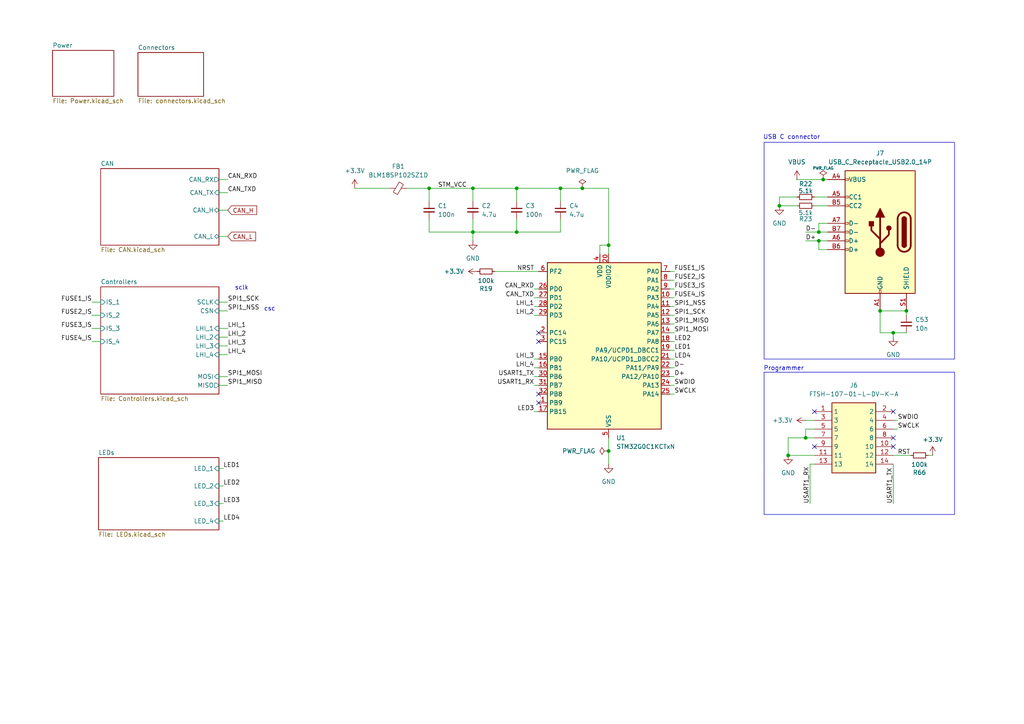
<source format=kicad_sch>
(kicad_sch (version 20231120) (generator "eeschema") (generator_version "8.0")
  (paper "A4")
  (title_block (rev "${REVISION}") (company "Author:") (comment 1 "Reviewer:"))
  (lib_symbols
    (symbol "Device:C_Small" (pin_numbers hide) (pin_names (offset 0.254) hide)
      (property "Reference" "C" (at 0.254 1.778 0))
      (property "Value" "C_Small" (at 0.254 -2.032 0))
      (symbol "C_Small_0_1"
        (polyline (pts (xy -1.524 -0.508) (xy 1.524 -0.508)) (stroke (width 0.3302)))
        (polyline (pts (xy -1.524 0.508) (xy 1.524 0.508)) (stroke (width 0.3048)))
      )
      (symbol "C_Small_1_1"
        (pin passive line (at 0 2.54 270) (length 2.032) (name "~") (number "1"))
        (pin passive line (at 0 -2.54 90) (length 2.032) (name "~") (number "2"))
      )
    )
    (symbol "Device:FerriteBead_Small" (pin_numbers hide) (pin_names (offset 0))
      (property "Reference" "FB" (at 1.905 1.27 0))
      (property "Value" "FerriteBead_Small" (at 1.905 -1.27 0))
      (symbol "FerriteBead_Small_0_1"
        (polyline (pts (xy 0 -1.27) (xy 0 -0.7874)))
        (polyline (pts (xy 0 0.889) (xy 0 1.2954)))
        (polyline (pts (xy -1.8288 0.2794) (xy -1.1176 1.4986) (xy 1.8288 -0.2032) (xy 1.1176 -1.4224) (xy -1.8288 0.2794)))
      )
      (symbol "FerriteBead_Small_1_1"
        (pin passive line (at 0 2.54 270) (length 1.27) (name "~") (number "1"))
        (pin passive line (at 0 -2.54 90) (length 1.27) (name "~") (number "2"))
      )
    )
    (symbol "Device:R_Small" (pin_numbers hide) (pin_names (offset 0.254) hide)
      (property "Reference" "R" (at 0.762 0.508 0))
      (property "Value" "R_Small" (at 0.762 -1.016 0))
      (symbol "R_Small_0_1"
        (rectangle (start -0.762 1.778) (end 0.762 -1.778) (stroke (width 0.2032)))
      )
      (symbol "R_Small_1_1"
        (pin passive line (at 0 2.54 270) (length 0.762) (name "~") (number "1"))
        (pin passive line (at 0 -2.54 90) (length 0.762) (name "~") (number "2"))
      )
    )
    (symbol "FTSH-107-01-L-DV-K-A:FTSH-107-01-L-DV-K-A"
      (property "Reference" "J" (at 19.05 7.62 0))
      (property "Value" "FTSH-107-01-L-DV-K-A" (at 19.05 5.08 0))
      (symbol "FTSH-107-01-L-DV-K-A_1_1"
        (rectangle (start 5.08 2.54) (end 17.78 -17.78) (stroke (width 0.254)) (fill (type background)))
        (pin passive line (at 0 0 0) (length 5.08) (name "1") (number "1"))
        (pin passive line (at 22.86 -10.16 180) (length 5.08) (name "10") (number "10"))
        (pin passive line (at 0 -12.7 0) (length 5.08) (name "11") (number "11"))
        (pin passive line (at 22.86 -12.7 180) (length 5.08) (name "12") (number "12"))
        (pin passive line (at 0 -15.24 0) (length 5.08) (name "13") (number "13"))
        (pin passive line (at 22.86 -15.24 180) (length 5.08) (name "14") (number "14"))
        (pin passive line (at 22.86 0 180) (length 5.08) (name "2") (number "2"))
        (pin passive line (at 0 -2.54 0) (length 5.08) (name "3") (number "3"))
        (pin passive line (at 22.86 -2.54 180) (length 5.08) (name "4") (number "4"))
        (pin passive line (at 0 -5.08 0) (length 5.08) (name "5") (number "5"))
        (pin passive line (at 22.86 -5.08 180) (length 5.08) (name "6") (number "6"))
        (pin passive line (at 0 -7.62 0) (length 5.08) (name "7") (number "7"))
        (pin passive line (at 22.86 -7.62 180) (length 5.08) (name "8") (number "8"))
        (pin passive line (at 0 -10.16 0) (length 5.08) (name "9") (number "9"))
      )
    )
    (symbol "GND_2" (power) (pin_numbers hide) (pin_names (offset 0) hide)
      (property "Value" "GND" (at 0 -3.81 0))
      (symbol "GND_2_0_1"
        (polyline (pts (xy 0 0) (xy 0 -1.27) (xy 1.27 -1.27) (xy 0 -2.54) (xy -1.27 -1.27) (xy 0 -1.27)))
      )
      (symbol "GND_2_1_1"
        (pin power_in line (at 0 0 270) (length 0) (name "~") (number "1"))
      )
    )
    (symbol "GND_3" (power) (pin_numbers hide) (pin_names (offset 0) hide)
      (property "Value" "GND" (at 0 -3.81 0))
      (symbol "GND_3_0_1"
        (polyline (pts (xy 0 0) (xy 0 -1.27) (xy 1.27 -1.27) (xy 0 -2.54) (xy -1.27 -1.27) (xy 0 -1.27)))
      )
      (symbol "GND_3_1_1"
        (pin power_in line (at 0 0 270) (length 0) (name "~") (number "1"))
      )
    )
    (symbol "MCU_ST_STM32G0:STM32G0C1KCTxN"
      (property "Reference" "U" (at -15.24 26.67 0))
      (property "Value" "STM32G0C1KCTxN" (at 5.08 26.67 0))
      (symbol "STM32G0C1KCTxN_0_1"
        (rectangle (start -15.24 -22.86) (end 17.78 25.4) (stroke (width 0.254)) (fill (type background)))
      )
      (symbol "STM32G0C1KCTxN_1_1"
        (pin bidirectional line (at -17.78 -15.24 0) (length 2.54) (name "PB9") (number "1"))
        (pin bidirectional line (at 20.32 15.24 180) (length 2.54) (name "PA3") (number "10"))
        (pin bidirectional line (at 20.32 12.7 180) (length 2.54) (name "PA4") (number "11"))
        (pin bidirectional line (at 20.32 10.16 180) (length 2.54) (name "PA5") (number "12"))
        (pin bidirectional line (at 20.32 7.62 180) (length 2.54) (name "PA6") (number "13"))
        (pin bidirectional line (at 20.32 5.08 180) (length 2.54) (name "PA7") (number "14"))
        (pin bidirectional line (at -17.78 -2.54 0) (length 2.54) (name "PB0") (number "15"))
        (pin bidirectional line (at -17.78 -5.08 0) (length 2.54) (name "PB1") (number "16"))
        (pin bidirectional line (at -17.78 -17.78 0) (length 2.54) (name "PB15") (number "17"))
        (pin bidirectional line (at 20.32 2.54 180) (length 2.54) (name "PA8") (number "18"))
        (pin bidirectional line (at 20.32 0 180) (length 2.54) (name "PA9/UCPD1_DBCC1") (number "19"))
        (pin bidirectional line (at -17.78 5.08 0) (length 2.54) (name "PC14") (number "2"))
        (pin power_in line (at 2.54 27.94 270) (length 2.54) (name "VDDIO2") (number "20"))
        (pin bidirectional line (at 20.32 -2.54 180) (length 2.54) (name "PA10/UCPD1_DBCC2") (number "21"))
        (pin bidirectional line (at 20.32 -5.08 180) (length 2.54) (name "PA11/PA9") (number "22"))
        (pin bidirectional line (at 20.32 -7.62 180) (length 2.54) (name "PA12/PA10") (number "23"))
        (pin bidirectional line (at 20.32 -10.16 180) (length 2.54) (name "PA13") (number "24"))
        (pin bidirectional line (at 20.32 -12.7 180) (length 2.54) (name "PA14") (number "25"))
        (pin bidirectional line (at -17.78 17.78 0) (length 2.54) (name "PD0") (number "26"))
        (pin bidirectional line (at -17.78 15.24 0) (length 2.54) (name "PD1") (number "27"))
        (pin bidirectional line (at -17.78 12.7 0) (length 2.54) (name "PD2") (number "28"))
        (pin bidirectional line (at -17.78 10.16 0) (length 2.54) (name "PD3") (number "29"))
        (pin bidirectional line (at -17.78 2.54 0) (length 2.54) (name "PC15") (number "3"))
        (pin bidirectional line (at -17.78 -7.62 0) (length 2.54) (name "PB6") (number "30"))
        (pin bidirectional line (at -17.78 -10.16 0) (length 2.54) (name "PB7") (number "31"))
        (pin bidirectional line (at -17.78 -12.7 0) (length 2.54) (name "PB8") (number "32"))
        (pin power_in line (at 0 27.94 270) (length 2.54) (name "VDD") (number "4"))
        (pin power_in line (at 2.54 -25.4 90) (length 2.54) (name "VSS") (number "5"))
        (pin bidirectional line (at -17.78 22.86 0) (length 2.54) (name "PF2") (number "6"))
        (pin bidirectional line (at 20.32 22.86 180) (length 2.54) (name "PA0") (number "7"))
        (pin bidirectional line (at 20.32 20.32 180) (length 2.54) (name "PA1") (number "8"))
        (pin bidirectional line (at 20.32 17.78 180) (length 2.54) (name "PA2") (number "9"))
      )
    )
    (symbol "PWR_FLAG_1" (power) (pin_numbers hide) (pin_names (offset 0) hide)
      (property "Value" "PWR_FLAG" (at 0 3.81 0))
      (symbol "PWR_FLAG_1_0_0"
        (pin power_out line (at 0 0 90) (length 0) (name "~") (number "1"))
      )
      (symbol "PWR_FLAG_1_0_1"
        (polyline (pts (xy 0 0) (xy 0 1.27) (xy -1.016 1.905) (xy 0 2.54) (xy 1.016 1.905) (xy 0 1.27)))
      )
    )
    (symbol "power:+3.3V" (power) (pin_names (offset 0))
      (property "Value" "+3.3V" (at 0 3.556 0))
      (symbol "+3.3V_0_1"
        (polyline (pts (xy -0.762 1.27) (xy 0 2.54)))
        (polyline (pts (xy 0 0) (xy 0 2.54)))
        (polyline (pts (xy 0 2.54) (xy 0.762 1.27)))
      )
      (symbol "+3.3V_1_1"
        (pin power_in line (at 0 0 90) (length 0) hide (name "+3.3V") (number "1"))
      )
    )
    (symbol "power:GND" (power) (pin_names (offset 0))
      (property "Value" "GND" (at 0 -3.81 0))
      (symbol "GND_0_1"
        (polyline (pts (xy 0 0) (xy 0 -1.27) (xy 1.27 -1.27) (xy 0 -2.54) (xy -1.27 -1.27) (xy 0 -1.27)))
      )
      (symbol "GND_1_1"
        (pin power_in line (at 0 0 270) (length 0) hide (name "GND") (number "1"))
      )
    )
    (symbol "power:PWR_FLAG" (power) (pin_numbers hide) (pin_names (offset 0) hide)
      (property "Value" "PWR_FLAG" (at 0 3.81 0))
      (symbol "PWR_FLAG_0_0"
        (pin power_out line (at 0 0 90) (length 0) (name "pwr") (number "1"))
      )
      (symbol "PWR_FLAG_0_1"
        (polyline (pts (xy 0 0) (xy 0 1.27) (xy -1.016 1.905) (xy 0 2.54) (xy 1.016 1.905) (xy 0 1.27)))
      )
    )
    (symbol "power:VBUS" (power) (pin_numbers hide) (pin_names (offset 0) hide)
      (property "Value" "VBUS" (at 0 3.556 0))
      (symbol "VBUS_0_1"
        (polyline (pts (xy -0.762 1.27) (xy 0 2.54)))
        (polyline (pts (xy 0 0) (xy 0 2.54)))
        (polyline (pts (xy 0 2.54) (xy 0.762 1.27)))
      )
      (symbol "VBUS_1_1"
        (pin power_in line (at 0 0 90) (length 0) (name "~") (number "1"))
      )
    )
    (symbol "usb_c_receptacle_usb2.0_14p:USB_C_Receptacle_USB2.0_14P" (pin_names (offset 1.016))
      (property "Reference" "J2" (at 0 21.59 0))
      (property "Value" "USB_C_Receptacle_USB2.0_14P" (at 0 19.05 0))
      (symbol "USB_C_Receptacle_USB2.0_14P_0_0"
        (rectangle (start -0.254 -17.78) (end 0.254 -16.764))
        (rectangle (start 10.16 -4.826) (end 9.144 -5.334))
        (rectangle (start 10.16 -2.286) (end 9.144 -2.794))
        (rectangle (start 10.16 0.254) (end 9.144 -0.254))
        (rectangle (start 10.16 2.794) (end 9.144 2.286))
        (rectangle (start 10.16 7.874) (end 9.144 7.366))
        (rectangle (start 10.16 10.414) (end 9.144 9.906))
        (rectangle (start 10.16 15.494) (end 9.144 14.986))
      )
      (symbol "USB_C_Receptacle_USB2.0_14P_0_1"
        (rectangle (start -10.16 17.78) (end 10.16 -17.78) (stroke (width 0.254)) (fill (type background)))
        (arc (start -8.89 -3.81) (mid -6.985 -5.7067) (end -5.08 -3.81) (stroke (width 0.508)))
        (arc (start -7.62 -3.81) (mid -6.985 -4.4423) (end -6.35 -3.81) (stroke (width 0.254)))
        (arc (start -7.62 -3.81) (mid -6.985 -4.4423) (end -6.35 -3.81) (stroke (width 0.254)) (fill (type outline)))
        (rectangle (start -7.62 -3.81) (end -6.35 3.81) (stroke (width 0.254)) (fill (type outline)))
        (arc (start -6.35 3.81) (mid -6.985 4.4423) (end -7.62 3.81) (stroke (width 0.254)))
        (arc (start -6.35 3.81) (mid -6.985 4.4423) (end -7.62 3.81) (stroke (width 0.254)) (fill (type outline)))
        (arc (start -5.08 3.81) (mid -6.985 5.7067) (end -8.89 3.81) (stroke (width 0.508)))
        (circle (center -2.54 1.143) (radius 0.635) (stroke (width 0.254)) (fill (type outline)))
        (circle (center 0 -5.842) (radius 1.27) (fill (type outline)))
        (polyline (pts (xy -8.89 -3.81) (xy -8.89 3.81)) (stroke (width 0.508)))
        (polyline (pts (xy -5.08 3.81) (xy -5.08 -3.81)) (stroke (width 0.508)))
        (polyline (pts (xy 0 -5.842) (xy 0 4.318)) (stroke (width 0.508)))
        (polyline (pts (xy 0 -3.302) (xy -2.54 -0.762) (xy -2.54 0.508)) (stroke (width 0.508)))
        (polyline (pts (xy 0 -2.032) (xy 2.54 0.508) (xy 2.54 1.778)) (stroke (width 0.508)))
        (polyline (pts (xy -1.27 4.318) (xy 0 6.858) (xy 1.27 4.318) (xy -1.27 4.318)) (stroke (width 0.254)) (fill (type outline)))
        (rectangle (start 1.905 1.778) (end 3.175 3.048) (stroke (width 0.254)) (fill (type outline)))
      )
      (symbol "USB_C_Receptacle_USB2.0_14P_1_1"
        (pin passive line (at 0 -22.86 90) (length 5.08) (name "GND") (number "A1"))
        (pin passive line (at 0 -22.86 90) (length 5.08) hide (name "GND") (number "A12"))
        (pin passive line (at 15.24 15.24 180) (length 5.08) (name "VBUS") (number "A4"))
        (pin bidirectional line (at 15.24 10.16 180) (length 5.08) (name "CC1") (number "A5"))
        (pin bidirectional line (at 15.24 -2.54 180) (length 5.08) (name "D+") (number "A6"))
        (pin bidirectional line (at 15.24 2.54 180) (length 5.08) (name "D-") (number "A7"))
        (pin passive line (at 15.24 15.24 180) (length 5.08) hide (name "VBUS") (number "A9"))
        (pin passive line (at 0 -22.86 90) (length 5.08) hide (name "GND") (number "B1"))
        (pin passive line (at 0 -22.86 90) (length 5.08) hide (name "GND") (number "B12"))
        (pin passive line (at 15.24 15.24 180) (length 5.08) hide (name "VBUS") (number "B4"))
        (pin bidirectional line (at 15.24 7.62 180) (length 5.08) (name "CC2") (number "B5"))
        (pin bidirectional line (at 15.24 -5.08 180) (length 5.08) (name "D+") (number "B6"))
        (pin bidirectional line (at 15.24 0 180) (length 5.08) (name "D-") (number "B7"))
        (pin passive line (at 15.24 15.24 180) (length 5.08) hide (name "VBUS") (number "B9"))
        (pin passive line (at -7.62 -22.86 90) (length 5.08) (name "SHIELD") (number "S1"))
      )
    )
  )
  (junction (at 124.46 54.61))
  (junction (at 226.06 59.69))
  (junction (at 233.68 127))
  (junction (at 237.49 69.85))
  (junction (at 137.16 54.61))
  (junction (at 262.89 90.17))
  (junction (at 162.56 54.61))
  (junction (at 238.76 52.07))
  (junction (at 237.49 67.31))
  (junction (at 259.08 96.52))
  (junction (at 168.91 54.61))
  (junction (at 228.6 132.08))
  (junction (at 176.53 71.12))
  (junction (at 176.53 130.81))
  (junction (at 149.86 54.61))
  (junction (at 255.27 90.17))
  (junction (at 149.86 67.31))
  (junction (at 137.16 67.31))
  (no_connect (at 156.21 116.84))
  (no_connect (at 156.21 114.3))
  (no_connect (at 259.08 127))
  (no_connect (at 236.22 129.54))
  (no_connect (at 259.08 119.38))
  (no_connect (at 156.21 99.06))
  (no_connect (at 259.08 129.54))
  (no_connect (at 236.22 119.38))
  (no_connect (at 156.21 96.52))
  (wire (pts (xy 240.03 69.85) (xy 237.49 69.85)))
  (wire (pts (xy 154.94 83.82) (xy 156.21 83.82)))
  (wire (pts (xy 176.53 130.81) (xy 176.53 134.62)))
  (wire (pts (xy 154.94 91.44) (xy 156.21 91.44)))
  (wire (pts (xy 194.31 93.98) (xy 195.58 93.98)))
  (wire (pts (xy 149.86 67.31) (xy 162.56 67.31)))
  (wire (pts (xy 194.31 111.76) (xy 195.58 111.76)))
  (wire (pts (xy 176.53 127) (xy 176.53 130.81)))
  (wire (pts (xy 154.94 104.14) (xy 156.21 104.14)))
  (wire (pts (xy 236.22 59.69) (xy 240.03 59.69)))
  (wire (pts (xy 238.76 52.07) (xy 240.03 52.07)))
  (wire (pts (xy 143.51 78.74) (xy 156.21 78.74)))
  (wire (pts (xy 63.5 90.17) (xy 66.04 90.17)))
  (wire (pts (xy 63.5 102.87) (xy 66.04 102.87)))
  (wire (pts (xy 233.68 124.46) (xy 236.22 124.46)))
  (wire (pts (xy 259.08 121.92) (xy 260.35 121.92)))
  (wire (pts (xy 102.87 54.61) (xy 113.03 54.61)))
  (wire (pts (xy 194.31 106.68) (xy 195.58 106.68)))
  (wire (pts (xy 194.31 91.44) (xy 195.58 91.44)))
  (wire (pts (xy 194.31 96.52) (xy 195.58 96.52)))
  (wire (pts (xy 137.16 54.61) (xy 149.86 54.61)))
  (wire (pts (xy 231.14 52.07) (xy 238.76 52.07)))
  (wire (pts (xy 194.31 86.36) (xy 195.58 86.36)))
  (wire (pts (xy 237.49 69.85) (xy 237.49 72.39)))
  (wire (pts (xy 233.68 127) (xy 233.68 124.46)))
  (wire (pts (xy 255.27 90.17) (xy 255.27 96.52)))
  (wire (pts (xy 63.5 52.07) (xy 66.04 52.07)))
  (wire (pts (xy 154.94 111.76) (xy 156.21 111.76)))
  (wire (pts (xy 234.95 134.62) (xy 236.22 134.62)))
  (wire (pts (xy 63.5 111.76) (xy 66.04 111.76)))
  (wire (pts (xy 194.31 78.74) (xy 195.58 78.74)))
  (wire (pts (xy 194.31 81.28) (xy 195.58 81.28)))
  (wire (pts (xy 233.68 67.31) (xy 237.49 67.31)))
  (wire (pts (xy 26.67 99.06) (xy 29.21 99.06)))
  (wire (pts (xy 234.95 146.05) (xy 234.95 134.62)))
  (wire (pts (xy 63.5 87.63) (xy 66.04 87.63)))
  (wire (pts (xy 137.16 67.31) (xy 137.16 69.85)))
  (wire (pts (xy 255.27 96.52) (xy 259.08 96.52)))
  (wire (pts (xy 236.22 127) (xy 233.68 127)))
  (wire (pts (xy 262.89 90.17) (xy 262.89 91.44)))
  (wire (pts (xy 176.53 54.61) (xy 176.53 71.12)))
  (wire (pts (xy 63.5 140.97) (xy 64.77 140.97)))
  (wire (pts (xy 194.31 83.82) (xy 195.58 83.82)))
  (wire (pts (xy 173.99 71.12) (xy 173.99 73.66)))
  (wire (pts (xy 137.16 54.61) (xy 137.16 58.42)))
  (wire (pts (xy 63.5 100.33) (xy 66.04 100.33)))
  (wire (pts (xy 63.5 95.25) (xy 66.04 95.25)))
  (wire (pts (xy 63.5 151.13) (xy 64.77 151.13)))
  (wire (pts (xy 154.94 106.68) (xy 156.21 106.68)))
  (wire (pts (xy 26.67 87.63) (xy 29.21 87.63)))
  (wire (pts (xy 259.08 124.46) (xy 260.35 124.46)))
  (wire (pts (xy 168.91 54.61) (xy 176.53 54.61)))
  (wire (pts (xy 124.46 54.61) (xy 137.16 54.61)))
  (wire (pts (xy 137.16 63.5) (xy 137.16 67.31)))
  (wire (pts (xy 149.86 54.61) (xy 162.56 54.61)))
  (wire (pts (xy 228.6 132.08) (xy 236.22 132.08)))
  (wire (pts (xy 194.31 101.6) (xy 195.58 101.6)))
  (wire (pts (xy 231.14 57.15) (xy 226.06 57.15)))
  (wire (pts (xy 240.03 64.77) (xy 237.49 64.77)))
  (wire (pts (xy 154.94 88.9) (xy 156.21 88.9)))
  (wire (pts (xy 240.03 57.15) (xy 236.22 57.15)))
  (wire (pts (xy 259.08 134.62) (xy 259.08 146.05)))
  (wire (pts (xy 233.68 121.92) (xy 236.22 121.92)))
  (wire (pts (xy 63.5 60.96) (xy 66.04 60.96)))
  (wire (pts (xy 228.6 127) (xy 233.68 127)))
  (wire (pts (xy 154.94 109.22) (xy 156.21 109.22)))
  (wire (pts (xy 237.49 67.31) (xy 240.03 67.31)))
  (wire (pts (xy 255.27 90.17) (xy 262.89 90.17)))
  (wire (pts (xy 124.46 58.42) (xy 124.46 54.61)))
  (wire (pts (xy 63.5 55.88) (xy 66.04 55.88)))
  (wire (pts (xy 63.5 146.05) (xy 64.77 146.05)))
  (wire (pts (xy 259.08 96.52) (xy 259.08 97.79)))
  (wire (pts (xy 137.16 67.31) (xy 149.86 67.31)))
  (wire (pts (xy 194.31 109.22) (xy 195.58 109.22)))
  (wire (pts (xy 194.31 99.06) (xy 195.58 99.06)))
  (wire (pts (xy 233.68 69.85) (xy 237.49 69.85)))
  (wire (pts (xy 26.67 91.44) (xy 29.21 91.44)))
  (wire (pts (xy 176.53 71.12) (xy 176.53 73.66)))
  (wire (pts (xy 124.46 63.5) (xy 124.46 67.31)))
  (wire (pts (xy 149.86 63.5) (xy 149.86 67.31)))
  (wire (pts (xy 63.5 135.89) (xy 64.77 135.89)))
  (wire (pts (xy 63.5 109.22) (xy 66.04 109.22)))
  (wire (pts (xy 194.31 88.9) (xy 195.58 88.9)))
  (wire (pts (xy 237.49 72.39) (xy 240.03 72.39)))
  (wire (pts (xy 194.31 104.14) (xy 195.58 104.14)))
  (wire (pts (xy 162.56 63.5) (xy 162.56 67.31)))
  (wire (pts (xy 154.94 86.36) (xy 156.21 86.36)))
  (wire (pts (xy 226.06 57.15) (xy 226.06 59.69)))
  (wire (pts (xy 228.6 127) (xy 228.6 132.08)))
  (wire (pts (xy 124.46 67.31) (xy 137.16 67.31)))
  (wire (pts (xy 259.08 96.52) (xy 262.89 96.52)))
  (wire (pts (xy 226.06 59.69) (xy 231.14 59.69)))
  (wire (pts (xy 162.56 54.61) (xy 162.56 58.42)))
  (wire (pts (xy 149.86 54.61) (xy 149.86 58.42)))
  (wire (pts (xy 26.67 95.25) (xy 29.21 95.25)))
  (wire (pts (xy 237.49 64.77) (xy 237.49 67.31)))
  (wire (pts (xy 194.31 114.3) (xy 195.58 114.3)))
  (wire (pts (xy 176.53 71.12) (xy 173.99 71.12)))
  (wire (pts (xy 154.94 119.38) (xy 156.21 119.38)))
  (wire (pts (xy 63.5 68.58) (xy 66.04 68.58)))
  (wire (pts (xy 269.24 132.08) (xy 270.51 132.08)))
  (wire (pts (xy 259.08 132.08) (xy 264.16 132.08)))
  (wire (pts (xy 162.56 54.61) (xy 168.91 54.61)))
  (wire (pts (xy 118.11 54.61) (xy 124.46 54.61)))
  (wire (pts (xy 63.5 97.79) (xy 66.04 97.79)))
  (rectangle (start 221.615 107.95) (end 276.86 149.225))
  (rectangle (start 221.615 41.275) (end 276.86 104.14))
  (text "csc" (at 78.232 89.662 0) (effects (font (size 1.27 1.27))))
  (text "Programmer" (at 227.33 106.934 0) (effects (font (size 1.27 1.27))))
  (text "USB C connector" (at 229.616 39.878 0) (effects (font (size 1.27 1.27))))
  (text "sclk" (at 70.104 83.566 0) (effects (font (size 1.27 1.27))))
  (label "FUSE3_IS" (at 26.67 95.25 180))
  (label "LED3" (at 64.77 146.05 0))
  (label "LHI_4" (at 66.04 102.87 0))
  (label "SWDIO" (at 260.35 121.92 0))
  (label "CAN_TXD" (at 66.04 55.88 0))
  (label "LHI_2" (at 66.04 97.79 0))
  (label "SWCLK" (at 260.35 124.46 0))
  (label "USART1_TX" (at 154.94 109.22 180))
  (label "LHI_1" (at 154.94 88.9 180))
  (label "SPI1_MISO" (at 66.04 111.76 0))
  (label "LED1" (at 195.58 101.6 0))
  (label "FUSE2_IS" (at 195.58 81.28 0))
  (label "FUSE4_IS" (at 26.67 99.06 180))
  (label "CAN_RXD" (at 66.04 52.07 0))
  (label "FUSE3_IS" (at 195.58 83.82 0))
  (label "SPI1_MISO" (at 195.58 93.98 0))
  (label "FUSE1_IS" (at 26.67 87.63 180))
  (label "USART1_TX" (at 259.08 146.05 90))
  (label "LED4" (at 64.77 151.13 0))
  (label "D-" (at 195.58 106.68 0))
  (label "LED2" (at 195.58 99.06 0))
  (label "LHI_3" (at 154.94 104.14 180))
  (label "D+" (at 233.68 69.85 0))
  (label "LHI_4" (at 154.94 106.68 180))
  (label "FUSE4_IS" (at 195.58 86.36 0))
  (label "NRST" (at 154.94 78.74 180))
  (label "SPI1_NSS" (at 66.04 90.17 0))
  (label "LHI_2" (at 154.94 91.44 180))
  (label "LED4" (at 195.58 104.14 0))
  (label "LHI_1" (at 66.04 95.25 0))
  (label "LHI_3" (at 66.04 100.33 0))
  (label "USART1_RX" (at 234.95 146.05 90))
  (label "CAN_TXD" (at 154.94 86.36 180))
  (label "D-" (at 233.68 67.31 0))
  (label "SPI1_NSS" (at 195.58 88.9 0))
  (label "CAN_RXD" (at 154.94 83.82 180))
  (label "STM_VCC" (at 127 54.61 0))
  (label "SPI1_MOSI" (at 195.58 96.52 0))
  (label "SWDIO" (at 195.58 111.76 0))
  (label "SWCLK" (at 195.58 114.3 0))
  (label "USART1_RX" (at 154.94 111.76 180))
  (label "LED2" (at 64.77 140.97 0))
  (label "SPI1_SCK" (at 195.58 91.44 0))
  (label "RST" (at 260.35 132.08 0))
  (label "SPI1_MOSI" (at 66.04 109.22 0))
  (label "FUSE1_IS" (at 195.58 78.74 0))
  (label "LED1" (at 64.77 135.89 0))
  (label "FUSE2_IS" (at 26.67 91.44 180))
  (label "SPI1_SCK" (at 66.04 87.63 0))
  (label "D+" (at 195.58 109.22 0))
  (label "LED3" (at 154.94 119.38 180))
  (global_label "CAN_H" (shape input) (at 66.04 60.96 0) (property "Intersheetrefs" "${INTERSHEET_REFS}" (effects (hide yes))))
  (global_label "CAN_L" (shape input) (at 66.04 68.58 0) (property "Intersheetrefs" "${INTERSHEET_REFS}" (effects (hide yes))))
  (symbol (lib_id "power:GND") (at 228.6 132.08 0) (mirror y) (unit 1)
    (property "Reference" "#PWR018" (effects (hide yes)))
    (property "Value" "GND" (at 228.6 137.16 0))
  )
  (symbol (lib_id "power:+3.3V") (at 102.87 54.61 0) (unit 1)
    (property "Reference" "#PWR01" (effects (hide yes)))
    (property "Value" "+3.3V" (at 102.87 49.53 0))
  )
  (symbol (lib_id "power:VBUS") (at 231.14 52.07 0) (unit 1)
    (property "Reference" "#PWR038" (effects (hide yes)))
    (property "Value" "VBUS" (at 231.14 46.99 0))
    (property "Description" "Power symbol creates a global label with name \"VBUS\"" (effects (hide yes)))
  )
  (symbol (lib_id "power:GND") (at 137.16 69.85 0) (unit 1)
    (property "Reference" "#PWR02" (effects (hide yes)))
    (property "Value" "GND" (at 137.16 74.93 0))
  )
  (symbol (lib_name "PWR_FLAG_1") (lib_id "power:PWR_FLAG") (at 238.76 52.07 0) (unit 1)
    (property "Reference" "#FLG07" (effects (hide yes)))
    (property "Value" "PWR_FLAG" (at 238.76 48.768 0) (effects (font (size 0.8 0.8))))
    (property "Description" "Special symbol for telling ERC where power comes from" (effects (hide yes)))
  )
  (symbol (lib_id "Device:R_Small") (at 266.7 132.08 90) (unit 1)
    (property "Reference" "R66" (at 266.7 137.0584 90))
    (property "Value" "100k" (at 266.7 134.747 90))
    (property "Footprint" "Resistor_SMD:R_0603_1608Metric" (effects (hide yes)))
    (property "m" "667-ERJ-3EKF1003V" (effects (hide yes)))
  )
  (symbol (lib_id "power:+3.3V") (at 138.43 78.74 90) (unit 1)
    (property "Reference" "#PWR024" (effects (hide yes)))
    (property "Value" "+3.3V" (at 134.62 78.74 90) (effects (justify left)))
  )
  (symbol (lib_id "Device:R_Small") (at 233.68 59.69 90) (unit 1)
    (property "Reference" "R23" (at 233.68 63.5 90))
    (property "Value" "5.1k" (at 233.68 61.722 90))
    (property "Description" "Resistor, small symbol" (effects (hide yes)))
  )
  (symbol (lib_id "FTSH-107-01-L-DV-K-A:FTSH-107-01-L-DV-K-A") (at 236.22 119.38 0) (unit 1)
    (property "Reference" "J6" (at 247.65 111.76 0))
    (property "Value" "FTSH-107-01-L-DV-K-A" (at 247.65 114.3 0))
    (property "Footprint" "FTSH-107-XX-YYY-DV-K-A" (effects (hide yes)))
    (property "Datasheet" "http://suddendocs.samtec.com/prints/ftsh-1xx-xx-xxx-dv-xxx-xxx-mkt.pdf" (effects (hide yes)))
    (property "Description" "14 position, High Reliability Header Strips, 0.050&quot; pitch, Dual-Row Vertical" (effects (hide yes)))
    (property "Mouser Part Number" "200-FTSH10701LDVKA" (effects (hide yes)))
    (property "Mouser Price/Stock" "https://www.mouser.co.uk/ProductDetail/Samtec/FTSH-107-01-L-DV-K-A?qs=PB6%2FjmICvI3xEHFou4PhNg%3D%3D" (effects (hide yes)))
    (property "Manufacturer_Name" "SAMTEC" (effects (hide yes)))
    (property "Manufacturer_Part_Number" "FTSH-107-01-L-DV-K-A" (effects (hide yes)))
  )
  (symbol (lib_id "Device:C_Small") (at 149.86 60.96 0) (unit 1)
    (property "Reference" "C3" (at 152.4 59.6963 0) (effects (justify left)))
    (property "Value" "100n" (at 152.4 62.2363 0) (effects (justify left)))
    (property "Footprint" "Capacitor_SMD:C_0603_1608Metric" (effects (hide yes)))
    (property "m" "C0603C104K5RAC3121" (effects (hide yes)))
  )
  (symbol (lib_name "GND_2") (lib_id "power:GND") (at 259.08 97.79 0) (unit 1)
    (property "Reference" "#PWR037" (effects (hide yes)))
    (property "Value" "GND" (at 259.08 102.87 0))
    (property "Description" "Power symbol creates a global label with name \"GND\" , ground" (effects (hide yes)))
  )
  (symbol (lib_id "Device:C_Small") (at 162.56 60.96 0) (unit 1)
    (property "Reference" "C4" (at 165.1 59.6963 0) (effects (justify left)))
    (property "Value" "4.7u" (at 165.1 62.23 0) (effects (justify left)))
    (property "Footprint" "Capacitor_SMD:C_0603_1608Metric" (effects (hide yes)))
    (property "m" "CL10A475KQ8NNNL" (effects (hide yes)))
  )
  (symbol (lib_id "usb_c_receptacle_usb2.0_14p:USB_C_Receptacle_USB2.0_14P") (at 255.27 67.31 0) (mirror y) (unit 1)
    (property "Reference" "J7" (at 255.27 44.45 0))
    (property "Value" "USB_C_Receptacle_USB2.0_14P" (at 255.27 46.99 0))
    (property "Footprint" "Connector_USB:USB_C_Receptacle_JAE_DX07S024WJ3R400" (effects (hide yes)))
    (property "Datasheet" "https://www.usb.org/sites/default/files/documents/usb_type-c.zip" (effects (hide yes)))
    (property "Description" "USB 2.0-only 14P Type-C Receptacle connector" (effects (hide yes)))
  )
  (symbol (lib_id "Device:C_Small") (at 137.16 60.96 0) (unit 1)
    (property "Reference" "C2" (at 139.7 59.6963 0) (effects (justify left)))
    (property "Value" "4.7u" (at 139.7 62.2363 0) (effects (justify left)))
    (property "Footprint" "Capacitor_SMD:C_0603_1608Metric" (effects (hide yes)))
    (property "m" "CL10A475KQ8NNNL" (effects (hide yes)))
  )
  (symbol (lib_name "GND_3") (lib_id "power:GND") (at 226.06 59.69 0) (unit 1)
    (property "Reference" "#PWR039" (effects (hide yes)))
    (property "Value" "GND" (at 226.06 64.77 0))
    (property "Description" "Power symbol creates a global label with name \"GND\" , ground" (effects (hide yes)))
  )
  (symbol (lib_id "Device:R_Small") (at 233.68 57.15 90) (unit 1)
    (property "Reference" "R22" (at 233.68 53.34 90))
    (property "Value" "5.1k" (at 233.68 55.372 90))
    (property "Description" "Resistor, small symbol" (effects (hide yes)))
  )
  (symbol (lib_id "Device:C_Small") (at 124.46 60.96 0) (unit 1)
    (property "Reference" "C1" (at 127 59.6963 0) (effects (justify left)))
    (property "Value" "100n" (at 127 62.2363 0) (effects (justify left)))
    (property "Footprint" "Capacitor_SMD:C_0603_1608Metric" (effects (hide yes)))
    (property "m" "C0603C104K5RAC3121" (effects (hide yes)))
  )
  (symbol (lib_id "power:+3.3V") (at 270.51 132.08 0) (unit 1)
    (property "Reference" "#PWR017" (effects (hide yes)))
    (property "Value" "+3.3V" (at 270.51 127.508 0))
  )
  (symbol (lib_id "Device:FerriteBead_Small") (at 115.57 54.61 90) (unit 1)
    (property "Reference" "FB1" (at 115.5319 48.26 90))
    (property "Value" "BLM18SP102SZ1D" (at 115.5319 50.8 90))
    (property "Footprint" "Inductor_SMD:L_0603_1608Metric" (effects (hide yes)))
    (property "Datasheet" "https://www.mouser.pl/ProductDetail/Murata-Electronics/BLM18SP102SZ1D?qs=W%2FMpXkg%252BdQ7HBmR7E%252BlIwg%3D%3D" (effects (hide yes)))
  )
  (symbol (lib_id "power:+3.3V") (at 233.68 121.92 90) (unit 1)
    (property "Reference" "#PWR019" (effects (hide yes)))
    (property "Value" "+3.3V" (at 229.87 121.92 90) (effects (justify left)))
  )
  (symbol (lib_id "power:PWR_FLAG") (at 168.91 54.61 0) (unit 1)
    (property "Reference" "#FLG01" (effects (hide yes)))
    (property "Value" "PWR_FLAG" (at 168.91 49.53 0))
  )
  (symbol (lib_id "power:PWR_FLAG") (at 176.53 130.81 90) (unit 1)
    (property "Reference" "#FLG02" (effects (hide yes)))
    (property "Value" "PWR_FLAG" (at 172.72 130.81 90) (effects (justify left)))
  )
  (symbol (lib_id "Device:R_Small") (at 140.97 78.74 90) (unit 1)
    (property "Reference" "R19" (at 140.97 83.7184 90))
    (property "Value" "100k" (at 140.97 81.407 90))
    (property "Footprint" "Resistor_SMD:R_0603_1608Metric" (effects (hide yes)))
    (property "m" "667-ERJ-3EKF1003V" (effects (hide yes)))
  )
  (symbol (lib_id "Device:C_Small") (at 262.89 93.98 0) (unit 1)
    (property "Reference" "C53" (at 265.43 92.7162 0) (effects (justify left)))
    (property "Value" "10n" (at 265.43 95.2562 0) (effects (justify left)))
    (property "Description" "Unpolarized capacitor, small symbol" (effects (hide yes)))
  )
  (symbol (lib_id "MCU_ST_STM32G0:STM32G0C1KCTxN") (at 173.99 101.6 0) (unit 1)
    (property "Reference" "U1" (at 178.7241 127 0) (effects (justify left)))
    (property "Value" "STM32G0C1KCTxN" (at 178.7241 129.54 0) (effects (justify left)))
    (property "Footprint" "Package_QFP:LQFP-32_7x7mm_P0.8mm" (effects (hide yes)))
    (property "Datasheet" "https://www.st.com/resource/en/datasheet/stm32g0c1kc.pdf" (effects (hide yes)))
  )
  (symbol (lib_id "power:GND") (at 176.53 134.62 0) (unit 1)
    (property "Reference" "#PWR03" (effects (hide yes)))
    (property "Value" "GND" (at 176.53 139.7 0))
  )
  (sheet (at 15.24 14.605) (size 17.78 13.335) (stroke (width 0.1524))
    (property "Sheetname" "Power" (at 15.24 13.8934 0) (effects (justify left bottom)))
    (property "Sheetfile" "Power.kicad_sch" (at 15.24 28.5246 0) (effects (justify left top)))
  )
  (sheet (at 40.005 15.24) (size 19.05 12.7) (stroke (width 0.1524))
    (property "Sheetname" "Connectors" (at 40.005 14.5284 0) (effects (justify left bottom)))
    (property "Sheetfile" "connectors.kicad_sch" (at 40.005 28.5246 0) (effects (justify left top)))
  )
  (sheet (at 29.21 48.895) (size 34.29 22.225) (stroke (width 0.1524))
    (property "Sheetname" "CAN" (at 29.21 48.1834 0) (effects (justify left bottom)))
    (property "Sheetfile" "CAN.kicad_sch" (at 29.21 71.7046 0) (effects (justify left top)))
    (pin "CAN_RX" output (at 63.5 52.07 0))
    (pin "CAN_TX" input (at 63.5 55.88 0))
    (pin "CAN_H" bidirectional (at 63.5 60.96 0))
    (pin "CAN_L" bidirectional (at 63.5 68.58 0))
  )
  (sheet (at 28.575 132.715) (size 34.925 20.955) (stroke (width 0.1524))
    (property "Sheetname" "LEDs" (at 28.575 132.0034 0) (effects (justify left bottom)))
    (property "Sheetfile" "LEDs.kicad_sch" (at 28.575 154.2546 0) (effects (justify left top)))
    (pin "LED_3" input (at 63.5 146.05 0))
    (pin "LED_4" input (at 63.5 151.13 0))
    (pin "LED_2" input (at 63.5 140.97 0))
    (pin "LED_1" input (at 63.5 135.89 0))
  )
  (sheet (at 29.21 83.185) (size 34.29 31.115) (stroke (width 0.1524))
    (property "Sheetname" "Controllers" (at 29.21 82.4734 0) (effects (justify left bottom)))
    (property "Sheetfile" "Controllers.kicad_sch" (at 29.21 114.8846 0) (effects (justify left top)))
    (pin "LHI_2" input (at 63.5 97.79 0))
    (pin "IS_4" input (at 29.21 99.06 180))
    (pin "LHI_4" input (at 63.5 102.87 0))
    (pin "MISO" output (at 63.5 111.76 0))
    (pin "IS_2" input (at 29.21 91.44 180))
    (pin "IS_3" input (at 29.21 95.25 180))
    (pin "LHI_3" input (at 63.5 100.33 0))
    (pin "IS_1" input (at 29.21 87.63 180))
    (pin "LHI_1" input (at 63.5 95.25 0))
    (pin "MOSI" input (at 63.5 109.22 0))
    (pin "SCLK" input (at 63.5 87.63 0))
    (pin "CSN" input (at 63.5 90.17 0))
  )
)
</source>
